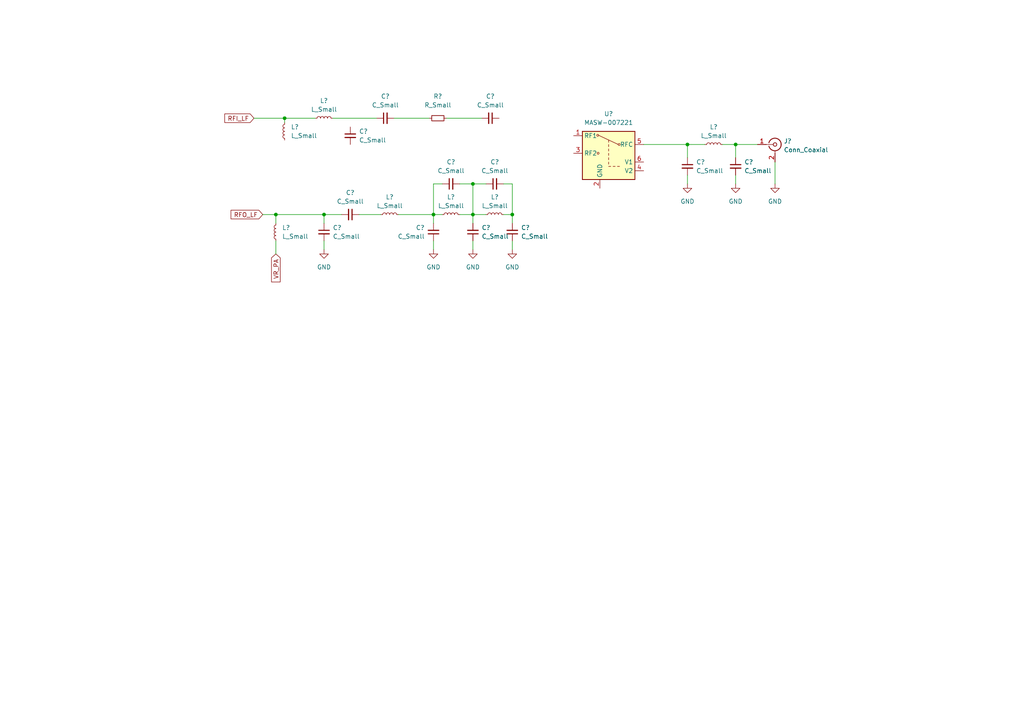
<source format=kicad_sch>
(kicad_sch (version 20211123) (generator eeschema)
  (paper "A4")
  (lib_symbols
    (symbol "Connector:Conn_Coaxial" (pin_names (offset 1.016) hide)
      (property "Reference" "J" (at 0.254 3.048 0))
      (property "Value" "Conn_Coaxial" (at 2.921 0 90))
      (symbol "Conn_Coaxial_0_1"
        (arc (start -1.778 -0.508) (mid 0.222 -1.808) (end 1.778 0) (stroke (width 0.254)))
        (polyline (pts (xy -2.54 0) (xy -0.508 0)))
        (polyline (pts (xy 0 -2.54) (xy 0 -1.778)))
        (circle (center 0 0) (radius 0.508) (stroke (width 0.2032)))
        (arc (start 1.778 0) (mid 0.2221 1.8083) (end -1.778 0.508) (stroke (width 0.254)))
      )
      (symbol "Conn_Coaxial_1_1"
        (pin passive line (at -5.08 0 0) (length 2.54) (name "In") (number "1"))
        (pin passive line (at 0 -5.08 90) (length 2.54) (name "Ext") (number "2"))
      )
    )
    (symbol "Device:C_Small" (pin_numbers hide) (pin_names (offset 0.254) hide)
      (property "Reference" "C" (at 0.254 1.778 0))
      (property "Value" "C_Small" (at 0.254 -2.032 0))
      (symbol "C_Small_0_1"
        (polyline (pts (xy -1.524 -0.508) (xy 1.524 -0.508)) (stroke (width 0.3302)))
        (polyline (pts (xy -1.524 0.508) (xy 1.524 0.508)) (stroke (width 0.3048)))
      )
      (symbol "C_Small_1_1"
        (pin passive line (at 0 2.54 270) (length 2.032) (name "~") (number "1"))
        (pin passive line (at 0 -2.54 90) (length 2.032) (name "~") (number "2"))
      )
    )
    (symbol "Device:L_Small" (pin_numbers hide) (pin_names (offset 0.254) hide)
      (property "Reference" "L" (at 0.762 1.016 0))
      (property "Value" "L_Small" (at 0.762 -1.016 0))
      (symbol "L_Small_0_1"
        (arc (start 0 -2.032) (mid 0.508 -1.524) (end 0 -1.016))
        (arc (start 0 -1.016) (mid 0.508 -0.508) (end 0 0))
        (arc (start 0 0) (mid 0.508 0.508) (end 0 1.016))
        (arc (start 0 1.016) (mid 0.508 1.524) (end 0 2.032))
      )
      (symbol "L_Small_1_1"
        (pin passive line (at 0 2.54 270) (length 0.508) (name "~") (number "1"))
        (pin passive line (at 0 -2.54 90) (length 0.508) (name "~") (number "2"))
      )
    )
    (symbol "Device:R_Small" (pin_numbers hide) (pin_names (offset 0.254) hide)
      (property "Reference" "R" (at 0.762 0.508 0))
      (property "Value" "R_Small" (at 0.762 -1.016 0))
      (symbol "R_Small_0_1"
        (rectangle (start -0.762 1.778) (end 0.762 -1.778) (stroke (width 0.2032)))
      )
      (symbol "R_Small_1_1"
        (pin passive line (at 0 2.54 270) (length 0.762) (name "~") (number "1"))
        (pin passive line (at 0 -2.54 90) (length 0.762) (name "~") (number "2"))
      )
    )
    (symbol "RF_Switch:MASW-007221"
      (property "Reference" "U" (at -7.62 7.62 0))
      (property "Value" "MASW-007221" (at 3.81 7.62 0))
      (symbol "MASW-007221_0_1"
        (circle (center -3.048 2.54) (radius 0.2794))
        (polyline (pts (xy -3.175 -3.81) (xy -2.54 -3.81)))
        (polyline (pts (xy -2.794 2.54) (xy 2.921 5.207)))
        (polyline (pts (xy -1.905 -3.81) (xy -1.27 -3.81)))
        (polyline (pts (xy -0.635 -3.81) (xy 0 -3.81)))
        (polyline (pts (xy 0 -3.175) (xy 0 -2.54)))
        (polyline (pts (xy 0 -1.905) (xy 0 -1.27)))
        (polyline (pts (xy 0 -0.635) (xy 0 0)))
        (polyline (pts (xy 0 0.635) (xy 0 1.27)))
        (polyline (pts (xy 0 1.905) (xy 0 2.54)))
        (polyline (pts (xy 0 3.175) (xy 0 3.81)))
        (circle (center 3.048 0) (radius 0.2794))
        (circle (center 3.175 5.207) (radius 0.2794))
        (rectangle (start 7.62 -7.62) (end -7.62 6.35) (stroke (width 0.254)) (fill (type background)))
      )
      (symbol "MASW-007221_1_1"
        (pin passive line (at 10.16 5.08 180) (length 2.54) (name "RF1") (number "1"))
        (pin power_in line (at 2.54 -10.16 90) (length 2.54) (name "GND") (number "2"))
        (pin passive line (at 10.16 0 180) (length 2.54) (name "RF2") (number "3"))
        (pin input line (at -10.16 -5.08 0) (length 2.54) (name "V2") (number "4"))
        (pin passive line (at -10.16 2.54 0) (length 2.54) (name "RFC") (number "5"))
        (pin input line (at -10.16 -2.54 0) (length 2.54) (name "V1") (number "6"))
      )
    )
    (symbol "power:GND" (power) (pin_names (offset 0))
      (property "Value" "GND" (at 0 -3.81 0))
      (symbol "GND_0_1"
        (polyline (pts (xy 0 0) (xy 0 -1.27) (xy 1.27 -1.27) (xy 0 -2.54) (xy -1.27 -1.27) (xy 0 -1.27)))
      )
      (symbol "GND_1_1"
        (pin power_in line (at 0 0 270) (length 0) hide (name "GND") (number "1"))
      )
    )
  )
  (junction (at 148.59 62.23))
  (junction (at 199.39 41.91))
  (junction (at 213.36 41.91))
  (junction (at 82.55 34.29))
  (junction (at 137.16 62.23))
  (junction (at 137.16 53.34))
  (junction (at 80.01 62.23))
  (junction (at 125.73 62.23))
  (junction (at 93.98 62.23))
  (wire (pts (xy 128.27 53.34) (xy 125.73 53.34)))
  (wire (pts (xy 82.55 34.29) (xy 91.44 34.29)))
  (wire (pts (xy 137.16 53.34) (xy 140.97 53.34)))
  (wire (pts (xy 73.66 34.29) (xy 82.55 34.29)))
  (wire (pts (xy 115.57 62.23) (xy 125.73 62.23)))
  (wire (pts (xy 199.39 41.91) (xy 204.47 41.91)))
  (wire (pts (xy 224.79 46.99) (xy 224.79 53.34)))
  (wire (pts (xy 114.3 34.29) (xy 124.46 34.29)))
  (wire (pts (xy 186.69 41.91) (xy 199.39 41.91)))
  (wire (pts (xy 125.73 53.34) (xy 125.73 62.23)))
  (wire (pts (xy 80.01 64.77) (xy 80.01 62.23)))
  (wire (pts (xy 133.35 53.34) (xy 137.16 53.34)))
  (wire (pts (xy 137.16 69.85) (xy 137.16 72.39)))
  (wire (pts (xy 148.59 69.85) (xy 148.59 72.39)))
  (wire (pts (xy 213.36 41.91) (xy 219.71 41.91)))
  (wire (pts (xy 80.01 62.23) (xy 93.98 62.23)))
  (wire (pts (xy 125.73 62.23) (xy 125.73 64.77)))
  (wire (pts (xy 96.52 34.29) (xy 109.22 34.29)))
  (wire (pts (xy 148.59 62.23) (xy 146.05 62.23)))
  (wire (pts (xy 148.59 62.23) (xy 148.59 64.77)))
  (wire (pts (xy 137.16 53.34) (xy 137.16 62.23)))
  (wire (pts (xy 209.55 41.91) (xy 213.36 41.91)))
  (wire (pts (xy 93.98 62.23) (xy 99.06 62.23)))
  (wire (pts (xy 133.35 62.23) (xy 137.16 62.23)))
  (wire (pts (xy 93.98 62.23) (xy 93.98 64.77)))
  (wire (pts (xy 104.14 62.23) (xy 110.49 62.23)))
  (wire (pts (xy 129.54 34.29) (xy 139.7 34.29)))
  (wire (pts (xy 137.16 62.23) (xy 137.16 64.77)))
  (wire (pts (xy 199.39 45.72) (xy 199.39 41.91)))
  (wire (pts (xy 199.39 50.8) (xy 199.39 53.34)))
  (wire (pts (xy 137.16 62.23) (xy 140.97 62.23)))
  (wire (pts (xy 148.59 53.34) (xy 148.59 62.23)))
  (wire (pts (xy 213.36 50.8) (xy 213.36 53.34)))
  (wire (pts (xy 125.73 62.23) (xy 128.27 62.23)))
  (wire (pts (xy 80.01 69.85) (xy 80.01 73.66)))
  (wire (pts (xy 146.05 53.34) (xy 148.59 53.34)))
  (wire (pts (xy 76.2 62.23) (xy 80.01 62.23)))
  (wire (pts (xy 213.36 41.91) (xy 213.36 45.72)))
  (wire (pts (xy 82.55 35.56) (xy 82.55 34.29)))
  (wire (pts (xy 93.98 69.85) (xy 93.98 72.39)))
  (wire (pts (xy 125.73 69.85) (xy 125.73 72.39)))
  (global_label "RFI_LF" (shape input) (at 73.66 34.29 180) (property "Intersheet References" "${INTERSHEET_REFS}" (effects hide)))
  (global_label "VR_PA" (shape input) (at 80.01 73.66 270) (property "Intersheet References" "${INTERSHEET_REFS}" (effects hide)))
  (global_label "RFO_LF" (shape input) (at 76.2 62.23 180) (property "Intersheet References" "${INTERSHEET_REFS}" (effects hide)))
  (symbol (lib_id "power:GND") (at 137.16 72.39 0) (unit 1)
    (property "Reference" "#PWR?" (effects hide))
    (property "Value" "GND" (at 137.16 77.47 0))
  )
  (symbol (lib_id "Device:C_Small") (at 213.36 48.26 0) (unit 1)
    (property "Reference" "C?" (at 215.9 46.9962 0) (effects (justify left)))
    (property "Value" "C_Small" (at 215.9 49.5362 0) (effects (justify left)))
  )
  (symbol (lib_id "Device:L_Small") (at 130.81 62.23 90) (unit 1)
    (property "Reference" "L?" (at 130.81 57.15 90))
    (property "Value" "L_Small" (at 130.81 59.69 90))
  )
  (symbol (lib_id "Device:L_Small") (at 207.01 41.91 90) (unit 1)
    (property "Reference" "L?" (at 207.01 36.83 90))
    (property "Value" "L_Small" (at 207.01 39.37 90))
  )
  (symbol (lib_id "Device:C_Small") (at 111.76 34.29 90) (unit 1)
    (property "Reference" "C?" (at 111.7663 27.94 90))
    (property "Value" "C_Small" (at 111.7663 30.48 90))
  )
  (symbol (lib_id "Device:C_Small") (at 142.24 34.29 270) (unit 1)
    (property "Reference" "C?" (at 142.2336 27.94 90))
    (property "Value" "C_Small" (at 142.2336 30.48 90))
  )
  (symbol (lib_id "Device:C_Small") (at 101.6 39.37 0) (unit 1)
    (property "Reference" "C?" (at 104.14 38.1062 0) (effects (justify left)))
    (property "Value" "C_Small" (at 104.14 40.6462 0) (effects (justify left)))
  )
  (symbol (lib_id "Device:C_Small") (at 130.81 53.34 90) (unit 1)
    (property "Reference" "C?" (at 130.8163 46.99 90))
    (property "Value" "C_Small" (at 130.8163 49.53 90))
  )
  (symbol (lib_id "power:GND") (at 213.36 53.34 0) (unit 1)
    (property "Reference" "#PWR?" (effects hide))
    (property "Value" "GND" (at 213.36 58.42 0))
  )
  (symbol (lib_id "Device:L_Small") (at 82.55 38.1 180) (unit 1)
    (property "Reference" "L?" (at 84.3678 36.8299 0) (effects (justify right)))
    (property "Value" "L_Small" (at 84.3678 39.3699 0) (effects (justify right)))
  )
  (symbol (lib_id "Connector:Conn_Coaxial") (at 224.79 41.91 0) (unit 1)
    (property "Reference" "J?" (at 227.33 40.9331 0) (effects (justify left)))
    (property "Value" "Conn_Coaxial" (at 227.33 43.4731 0) (effects (justify left)))
    (property "Datasheet" " ~" (effects hide))
  )
  (symbol (lib_id "Device:C_Small") (at 125.73 67.31 0) (mirror x) (unit 1)
    (property "Reference" "C?" (at 123.19 66.0335 0) (effects (justify right)))
    (property "Value" "C_Small" (at 123.19 68.5735 0) (effects (justify right)))
  )
  (symbol (lib_id "Device:C_Small") (at 199.39 48.26 0) (unit 1)
    (property "Reference" "C?" (at 201.93 46.9962 0) (effects (justify left)))
    (property "Value" "C_Small" (at 201.93 49.5362 0) (effects (justify left)))
  )
  (symbol (lib_id "power:GND") (at 199.39 53.34 0) (unit 1)
    (property "Reference" "#PWR?" (effects hide))
    (property "Value" "GND" (at 199.39 58.42 0))
  )
  (symbol (lib_id "RF_Switch:MASW-007221") (at 176.53 44.45 0) (mirror y) (unit 1)
    (property "Reference" "U?" (at 176.53 33.02 0))
    (property "Value" "MASW-007221" (at 176.53 35.56 0))
    (property "Footprint" "Package_TO_SOT_SMD:SOT-363_SC-70-6" (effects hide))
    (property "Datasheet" "http://cdn.macom.com/datasheets/masw-007221.pdf" (effects hide))
  )
  (symbol (lib_id "power:GND") (at 148.59 72.39 0) (unit 1)
    (property "Reference" "#PWR?" (effects hide))
    (property "Value" "GND" (at 148.59 77.47 0))
  )
  (symbol (lib_id "Device:C_Small") (at 137.16 67.31 180) (unit 1)
    (property "Reference" "C?" (at 139.7 66.0335 0) (effects (justify right)))
    (property "Value" "C_Small" (at 139.7 68.5735 0) (effects (justify right)))
  )
  (symbol (lib_id "Device:C_Small") (at 143.51 53.34 90) (unit 1)
    (property "Reference" "C?" (at 143.5163 46.99 90))
    (property "Value" "C_Small" (at 143.5163 49.53 90))
  )
  (symbol (lib_id "Device:C_Small") (at 148.59 67.31 180) (unit 1)
    (property "Reference" "C?" (at 151.13 66.0335 0) (effects (justify right)))
    (property "Value" "C_Small" (at 151.13 68.5735 0) (effects (justify right)))
  )
  (symbol (lib_id "Device:C_Small") (at 93.98 67.31 0) (unit 1)
    (property "Reference" "C?" (at 96.52 66.0462 0) (effects (justify left)))
    (property "Value" "C_Small" (at 96.52 68.5862 0) (effects (justify left)))
  )
  (symbol (lib_id "power:GND") (at 125.73 72.39 0) (unit 1)
    (property "Reference" "#PWR?" (effects hide))
    (property "Value" "GND" (at 125.73 77.47 0))
  )
  (symbol (lib_id "power:GND") (at 224.79 53.34 0) (unit 1)
    (property "Reference" "#PWR?" (effects hide))
    (property "Value" "GND" (at 224.79 58.42 0))
  )
  (symbol (lib_id "power:GND") (at 93.98 72.39 0) (unit 1)
    (property "Reference" "#PWR?" (effects hide))
    (property "Value" "GND" (at 93.98 77.47 0))
  )
  (symbol (lib_id "Device:L_Small") (at 80.01 67.31 180) (unit 1)
    (property "Reference" "L?" (at 81.8278 66.0399 0) (effects (justify right)))
    (property "Value" "L_Small" (at 81.8278 68.5799 0) (effects (justify right)))
  )
  (symbol (lib_id "Device:R_Small") (at 127 34.29 90) (unit 1)
    (property "Reference" "R?" (at 127 27.94 90))
    (property "Value" "R_Small" (at 127 30.48 90))
  )
  (symbol (lib_id "Device:L_Small") (at 143.51 62.23 90) (unit 1)
    (property "Reference" "L?" (at 143.51 57.15 90))
    (property "Value" "L_Small" (at 143.51 59.69 90))
  )
  (symbol (lib_id "Device:L_Small") (at 113.03 62.23 90) (unit 1)
    (property "Reference" "L?" (at 113.03 57.15 90))
    (property "Value" "L_Small" (at 113.03 59.69 90))
  )
  (symbol (lib_id "Device:C_Small") (at 101.6 62.23 270) (unit 1)
    (property "Reference" "C?" (at 101.5936 55.88 90))
    (property "Value" "C_Small" (at 101.5936 58.42 90))
  )
  (symbol (lib_id "Device:L_Small") (at 93.98 34.29 90) (unit 1)
    (property "Reference" "L?" (at 93.98 29.21 90))
    (property "Value" "L_Small" (at 93.98 31.75 90))
  )
)
</source>
